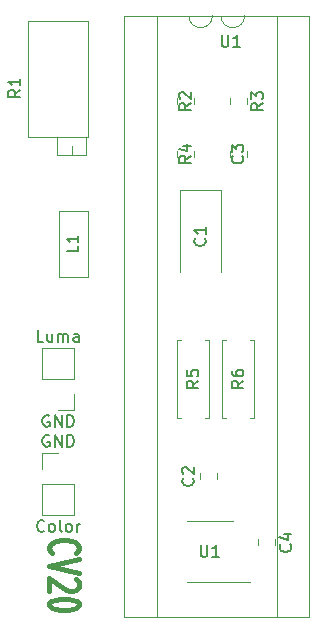
<source format=gbr>
G04 #@! TF.GenerationSoftware,KiCad,Pcbnew,(5.1.5)-3*
G04 #@! TF.CreationDate,2020-08-12T10:23:50-04:00*
G04 #@! TF.ProjectId,vic20-svideoLHM,76696332-302d-4737-9669-64656f4c484d,rev?*
G04 #@! TF.SameCoordinates,Original*
G04 #@! TF.FileFunction,Legend,Top*
G04 #@! TF.FilePolarity,Positive*
%FSLAX46Y46*%
G04 Gerber Fmt 4.6, Leading zero omitted, Abs format (unit mm)*
G04 Created by KiCad (PCBNEW (5.1.5)-3) date 2020-08-12 10:23:50*
%MOMM*%
%LPD*%
G04 APERTURE LIST*
%ADD10C,0.437500*%
%ADD11C,0.120000*%
%ADD12C,0.150000*%
G04 APERTURE END LIST*
D10*
X54098142Y-66832000D02*
X53979095Y-66748666D01*
X53860047Y-66498666D01*
X53860047Y-66332000D01*
X53979095Y-66082000D01*
X54217190Y-65915333D01*
X54455285Y-65832000D01*
X54931476Y-65748666D01*
X55288619Y-65748666D01*
X55764809Y-65832000D01*
X56002904Y-65915333D01*
X56241000Y-66082000D01*
X56360047Y-66332000D01*
X56360047Y-66498666D01*
X56241000Y-66748666D01*
X56121952Y-66832000D01*
X56360047Y-67332000D02*
X53860047Y-67915333D01*
X56360047Y-68498666D01*
X56121952Y-68998666D02*
X56241000Y-69082000D01*
X56360047Y-69248666D01*
X56360047Y-69665333D01*
X56241000Y-69832000D01*
X56121952Y-69915333D01*
X55883857Y-69998666D01*
X55645761Y-69998666D01*
X55288619Y-69915333D01*
X53860047Y-68915333D01*
X53860047Y-69998666D01*
X56360047Y-71082000D02*
X56360047Y-71248666D01*
X56241000Y-71415333D01*
X56121952Y-71498666D01*
X55883857Y-71582000D01*
X55407666Y-71665333D01*
X54812428Y-71665333D01*
X54336238Y-71582000D01*
X54098142Y-71498666D01*
X53979095Y-71415333D01*
X53860047Y-71248666D01*
X53860047Y-71082000D01*
X53979095Y-70915333D01*
X54098142Y-70832000D01*
X54336238Y-70748666D01*
X54812428Y-70665333D01*
X55407666Y-70665333D01*
X55883857Y-70748666D01*
X56121952Y-70832000D01*
X56241000Y-70915333D01*
X56360047Y-71082000D01*
D11*
X73135000Y-21327001D02*
X67675000Y-21327001D01*
X73135000Y-72247001D02*
X73135000Y-21327001D01*
X60215000Y-72247001D02*
X73135000Y-72247001D01*
X60215000Y-21327001D02*
X60215000Y-72247001D01*
X65675000Y-21327001D02*
X60215000Y-21327001D01*
X67675000Y-21327001D02*
G75*
G02X65675000Y-21327001I-1000000J0D01*
G01*
X68385000Y-43005000D02*
X68385000Y-36070000D01*
X68385000Y-36070000D02*
X64965000Y-36070000D01*
X64965000Y-36070000D02*
X64965000Y-43005000D01*
X66600000Y-60586252D02*
X66600000Y-60063748D01*
X68020000Y-60586252D02*
X68020000Y-60063748D01*
X70560000Y-33281252D02*
X70560000Y-32758748D01*
X69140000Y-33281252D02*
X69140000Y-32758748D01*
X72973000Y-65651748D02*
X72973000Y-66174252D01*
X71553000Y-65651748D02*
X71553000Y-66174252D01*
X53280000Y-63560000D02*
X55940000Y-63560000D01*
X53280000Y-60960000D02*
X53280000Y-63560000D01*
X55940000Y-60960000D02*
X55940000Y-63560000D01*
X53280000Y-60960000D02*
X55940000Y-60960000D01*
X53280000Y-59690000D02*
X53280000Y-58360000D01*
X53280000Y-58360000D02*
X54610000Y-58360000D01*
X55940000Y-54670000D02*
X54610000Y-54670000D01*
X55940000Y-53340000D02*
X55940000Y-54670000D01*
X55940000Y-52070000D02*
X53280000Y-52070000D01*
X53280000Y-52070000D02*
X53280000Y-49470000D01*
X55940000Y-52070000D02*
X55940000Y-49470000D01*
X55940000Y-49470000D02*
X53280000Y-49470000D01*
X57100000Y-37870000D02*
X54660000Y-37870000D01*
X54660000Y-37870000D02*
X54660000Y-43410000D01*
X54660000Y-43410000D02*
X57100000Y-43410000D01*
X57100000Y-43410000D02*
X57100000Y-37870000D01*
X52080000Y-31555000D02*
X52080000Y-21785000D01*
X57150000Y-31555000D02*
X57150000Y-21785000D01*
X52080000Y-31555000D02*
X57150000Y-31555000D01*
X52080000Y-21785000D02*
X57150000Y-21785000D01*
X54545000Y-33075000D02*
X54545000Y-31556000D01*
X56975000Y-33075000D02*
X56975000Y-31556000D01*
X54545000Y-33075000D02*
X56975000Y-33075000D01*
X54545000Y-31556000D02*
X56975000Y-31556000D01*
X55760000Y-33075000D02*
X55760000Y-32316000D01*
X64695000Y-28836252D02*
X64695000Y-28313748D01*
X66115000Y-28836252D02*
X66115000Y-28313748D01*
X70560000Y-28313748D02*
X70560000Y-28836252D01*
X69140000Y-28313748D02*
X69140000Y-28836252D01*
X64695000Y-32758748D02*
X64695000Y-33281252D01*
X66115000Y-32758748D02*
X66115000Y-33281252D01*
X65000000Y-55340000D02*
X64670000Y-55340000D01*
X64670000Y-55340000D02*
X64670000Y-48800000D01*
X64670000Y-48800000D02*
X65000000Y-48800000D01*
X67080000Y-55340000D02*
X67410000Y-55340000D01*
X67410000Y-55340000D02*
X67410000Y-48800000D01*
X67410000Y-48800000D02*
X67080000Y-48800000D01*
X71220000Y-48800000D02*
X70890000Y-48800000D01*
X71220000Y-55340000D02*
X71220000Y-48800000D01*
X70890000Y-55340000D02*
X71220000Y-55340000D01*
X68480000Y-48800000D02*
X68810000Y-48800000D01*
X68480000Y-55340000D02*
X68480000Y-48800000D01*
X68810000Y-55340000D02*
X68480000Y-55340000D01*
X67437000Y-64115000D02*
X65487000Y-64115000D01*
X67437000Y-64115000D02*
X69387000Y-64115000D01*
X67437000Y-69235000D02*
X65487000Y-69235000D01*
X67437000Y-69235000D02*
X70887000Y-69235000D01*
X70401001Y-21327001D02*
G75*
G02X68401001Y-21327001I-1000000J0D01*
G01*
X68401001Y-21327001D02*
X62941001Y-21327001D01*
X62941001Y-21327001D02*
X62941001Y-72247001D01*
X62941001Y-72247001D02*
X75861001Y-72247001D01*
X75861001Y-72247001D02*
X75861001Y-21327001D01*
X75861001Y-21327001D02*
X70401001Y-21327001D01*
D12*
X67032142Y-40171666D02*
X67079761Y-40219285D01*
X67127380Y-40362142D01*
X67127380Y-40457380D01*
X67079761Y-40600238D01*
X66984523Y-40695476D01*
X66889285Y-40743095D01*
X66698809Y-40790714D01*
X66555952Y-40790714D01*
X66365476Y-40743095D01*
X66270238Y-40695476D01*
X66175000Y-40600238D01*
X66127380Y-40457380D01*
X66127380Y-40362142D01*
X66175000Y-40219285D01*
X66222619Y-40171666D01*
X67127380Y-39219285D02*
X67127380Y-39790714D01*
X67127380Y-39505000D02*
X66127380Y-39505000D01*
X66270238Y-39600238D01*
X66365476Y-39695476D01*
X66413095Y-39790714D01*
X66017142Y-60491666D02*
X66064761Y-60539285D01*
X66112380Y-60682142D01*
X66112380Y-60777380D01*
X66064761Y-60920238D01*
X65969523Y-61015476D01*
X65874285Y-61063095D01*
X65683809Y-61110714D01*
X65540952Y-61110714D01*
X65350476Y-61063095D01*
X65255238Y-61015476D01*
X65160000Y-60920238D01*
X65112380Y-60777380D01*
X65112380Y-60682142D01*
X65160000Y-60539285D01*
X65207619Y-60491666D01*
X65207619Y-60110714D02*
X65160000Y-60063095D01*
X65112380Y-59967857D01*
X65112380Y-59729761D01*
X65160000Y-59634523D01*
X65207619Y-59586904D01*
X65302857Y-59539285D01*
X65398095Y-59539285D01*
X65540952Y-59586904D01*
X66112380Y-60158333D01*
X66112380Y-59539285D01*
X70207142Y-33186666D02*
X70254761Y-33234285D01*
X70302380Y-33377142D01*
X70302380Y-33472380D01*
X70254761Y-33615238D01*
X70159523Y-33710476D01*
X70064285Y-33758095D01*
X69873809Y-33805714D01*
X69730952Y-33805714D01*
X69540476Y-33758095D01*
X69445238Y-33710476D01*
X69350000Y-33615238D01*
X69302380Y-33472380D01*
X69302380Y-33377142D01*
X69350000Y-33234285D01*
X69397619Y-33186666D01*
X69302380Y-32853333D02*
X69302380Y-32234285D01*
X69683333Y-32567619D01*
X69683333Y-32424761D01*
X69730952Y-32329523D01*
X69778571Y-32281904D01*
X69873809Y-32234285D01*
X70111904Y-32234285D01*
X70207142Y-32281904D01*
X70254761Y-32329523D01*
X70302380Y-32424761D01*
X70302380Y-32710476D01*
X70254761Y-32805714D01*
X70207142Y-32853333D01*
X74270142Y-66079666D02*
X74317761Y-66127285D01*
X74365380Y-66270142D01*
X74365380Y-66365380D01*
X74317761Y-66508238D01*
X74222523Y-66603476D01*
X74127285Y-66651095D01*
X73936809Y-66698714D01*
X73793952Y-66698714D01*
X73603476Y-66651095D01*
X73508238Y-66603476D01*
X73413000Y-66508238D01*
X73365380Y-66365380D01*
X73365380Y-66270142D01*
X73413000Y-66127285D01*
X73460619Y-66079666D01*
X73698714Y-65222523D02*
X74365380Y-65222523D01*
X73317761Y-65460619D02*
X74032047Y-65698714D01*
X74032047Y-65079666D01*
X53848095Y-56860000D02*
X53752857Y-56812380D01*
X53610000Y-56812380D01*
X53467142Y-56860000D01*
X53371904Y-56955238D01*
X53324285Y-57050476D01*
X53276666Y-57240952D01*
X53276666Y-57383809D01*
X53324285Y-57574285D01*
X53371904Y-57669523D01*
X53467142Y-57764761D01*
X53610000Y-57812380D01*
X53705238Y-57812380D01*
X53848095Y-57764761D01*
X53895714Y-57717142D01*
X53895714Y-57383809D01*
X53705238Y-57383809D01*
X54324285Y-57812380D02*
X54324285Y-56812380D01*
X54895714Y-57812380D01*
X54895714Y-56812380D01*
X55371904Y-57812380D02*
X55371904Y-56812380D01*
X55610000Y-56812380D01*
X55752857Y-56860000D01*
X55848095Y-56955238D01*
X55895714Y-57050476D01*
X55943333Y-57240952D01*
X55943333Y-57383809D01*
X55895714Y-57574285D01*
X55848095Y-57669523D01*
X55752857Y-57764761D01*
X55610000Y-57812380D01*
X55371904Y-57812380D01*
X53443333Y-64917142D02*
X53395714Y-64964761D01*
X53252857Y-65012380D01*
X53157619Y-65012380D01*
X53014761Y-64964761D01*
X52919523Y-64869523D01*
X52871904Y-64774285D01*
X52824285Y-64583809D01*
X52824285Y-64440952D01*
X52871904Y-64250476D01*
X52919523Y-64155238D01*
X53014761Y-64060000D01*
X53157619Y-64012380D01*
X53252857Y-64012380D01*
X53395714Y-64060000D01*
X53443333Y-64107619D01*
X54014761Y-65012380D02*
X53919523Y-64964761D01*
X53871904Y-64917142D01*
X53824285Y-64821904D01*
X53824285Y-64536190D01*
X53871904Y-64440952D01*
X53919523Y-64393333D01*
X54014761Y-64345714D01*
X54157619Y-64345714D01*
X54252857Y-64393333D01*
X54300476Y-64440952D01*
X54348095Y-64536190D01*
X54348095Y-64821904D01*
X54300476Y-64917142D01*
X54252857Y-64964761D01*
X54157619Y-65012380D01*
X54014761Y-65012380D01*
X54919523Y-65012380D02*
X54824285Y-64964761D01*
X54776666Y-64869523D01*
X54776666Y-64012380D01*
X55443333Y-65012380D02*
X55348095Y-64964761D01*
X55300476Y-64917142D01*
X55252857Y-64821904D01*
X55252857Y-64536190D01*
X55300476Y-64440952D01*
X55348095Y-64393333D01*
X55443333Y-64345714D01*
X55586190Y-64345714D01*
X55681428Y-64393333D01*
X55729047Y-64440952D01*
X55776666Y-64536190D01*
X55776666Y-64821904D01*
X55729047Y-64917142D01*
X55681428Y-64964761D01*
X55586190Y-65012380D01*
X55443333Y-65012380D01*
X56205238Y-65012380D02*
X56205238Y-64345714D01*
X56205238Y-64536190D02*
X56252857Y-64440952D01*
X56300476Y-64393333D01*
X56395714Y-64345714D01*
X56490952Y-64345714D01*
X53848095Y-55170000D02*
X53752857Y-55122380D01*
X53610000Y-55122380D01*
X53467142Y-55170000D01*
X53371904Y-55265238D01*
X53324285Y-55360476D01*
X53276666Y-55550952D01*
X53276666Y-55693809D01*
X53324285Y-55884285D01*
X53371904Y-55979523D01*
X53467142Y-56074761D01*
X53610000Y-56122380D01*
X53705238Y-56122380D01*
X53848095Y-56074761D01*
X53895714Y-56027142D01*
X53895714Y-55693809D01*
X53705238Y-55693809D01*
X54324285Y-56122380D02*
X54324285Y-55122380D01*
X54895714Y-56122380D01*
X54895714Y-55122380D01*
X55371904Y-56122380D02*
X55371904Y-55122380D01*
X55610000Y-55122380D01*
X55752857Y-55170000D01*
X55848095Y-55265238D01*
X55895714Y-55360476D01*
X55943333Y-55550952D01*
X55943333Y-55693809D01*
X55895714Y-55884285D01*
X55848095Y-55979523D01*
X55752857Y-56074761D01*
X55610000Y-56122380D01*
X55371904Y-56122380D01*
X53348095Y-48922380D02*
X52871904Y-48922380D01*
X52871904Y-47922380D01*
X54110000Y-48255714D02*
X54110000Y-48922380D01*
X53681428Y-48255714D02*
X53681428Y-48779523D01*
X53729047Y-48874761D01*
X53824285Y-48922380D01*
X53967142Y-48922380D01*
X54062380Y-48874761D01*
X54110000Y-48827142D01*
X54586190Y-48922380D02*
X54586190Y-48255714D01*
X54586190Y-48350952D02*
X54633809Y-48303333D01*
X54729047Y-48255714D01*
X54871904Y-48255714D01*
X54967142Y-48303333D01*
X55014761Y-48398571D01*
X55014761Y-48922380D01*
X55014761Y-48398571D02*
X55062380Y-48303333D01*
X55157619Y-48255714D01*
X55300476Y-48255714D01*
X55395714Y-48303333D01*
X55443333Y-48398571D01*
X55443333Y-48922380D01*
X56348095Y-48922380D02*
X56348095Y-48398571D01*
X56300476Y-48303333D01*
X56205238Y-48255714D01*
X56014761Y-48255714D01*
X55919523Y-48303333D01*
X56348095Y-48874761D02*
X56252857Y-48922380D01*
X56014761Y-48922380D01*
X55919523Y-48874761D01*
X55871904Y-48779523D01*
X55871904Y-48684285D01*
X55919523Y-48589047D01*
X56014761Y-48541428D01*
X56252857Y-48541428D01*
X56348095Y-48493809D01*
X56332380Y-40806666D02*
X56332380Y-41282857D01*
X55332380Y-41282857D01*
X56332380Y-39949523D02*
X56332380Y-40520952D01*
X56332380Y-40235238D02*
X55332380Y-40235238D01*
X55475238Y-40330476D01*
X55570476Y-40425714D01*
X55618095Y-40520952D01*
X51402380Y-27596666D02*
X50926190Y-27930000D01*
X51402380Y-28168095D02*
X50402380Y-28168095D01*
X50402380Y-27787142D01*
X50450000Y-27691904D01*
X50497619Y-27644285D01*
X50592857Y-27596666D01*
X50735714Y-27596666D01*
X50830952Y-27644285D01*
X50878571Y-27691904D01*
X50926190Y-27787142D01*
X50926190Y-28168095D01*
X51402380Y-26644285D02*
X51402380Y-27215714D01*
X51402380Y-26930000D02*
X50402380Y-26930000D01*
X50545238Y-27025238D01*
X50640476Y-27120476D01*
X50688095Y-27215714D01*
X65857380Y-28741666D02*
X65381190Y-29075000D01*
X65857380Y-29313095D02*
X64857380Y-29313095D01*
X64857380Y-28932142D01*
X64905000Y-28836904D01*
X64952619Y-28789285D01*
X65047857Y-28741666D01*
X65190714Y-28741666D01*
X65285952Y-28789285D01*
X65333571Y-28836904D01*
X65381190Y-28932142D01*
X65381190Y-29313095D01*
X64952619Y-28360714D02*
X64905000Y-28313095D01*
X64857380Y-28217857D01*
X64857380Y-27979761D01*
X64905000Y-27884523D01*
X64952619Y-27836904D01*
X65047857Y-27789285D01*
X65143095Y-27789285D01*
X65285952Y-27836904D01*
X65857380Y-28408333D01*
X65857380Y-27789285D01*
X71952380Y-28741666D02*
X71476190Y-29075000D01*
X71952380Y-29313095D02*
X70952380Y-29313095D01*
X70952380Y-28932142D01*
X71000000Y-28836904D01*
X71047619Y-28789285D01*
X71142857Y-28741666D01*
X71285714Y-28741666D01*
X71380952Y-28789285D01*
X71428571Y-28836904D01*
X71476190Y-28932142D01*
X71476190Y-29313095D01*
X70952380Y-28408333D02*
X70952380Y-27789285D01*
X71333333Y-28122619D01*
X71333333Y-27979761D01*
X71380952Y-27884523D01*
X71428571Y-27836904D01*
X71523809Y-27789285D01*
X71761904Y-27789285D01*
X71857142Y-27836904D01*
X71904761Y-27884523D01*
X71952380Y-27979761D01*
X71952380Y-28265476D01*
X71904761Y-28360714D01*
X71857142Y-28408333D01*
X65857380Y-33186666D02*
X65381190Y-33520000D01*
X65857380Y-33758095D02*
X64857380Y-33758095D01*
X64857380Y-33377142D01*
X64905000Y-33281904D01*
X64952619Y-33234285D01*
X65047857Y-33186666D01*
X65190714Y-33186666D01*
X65285952Y-33234285D01*
X65333571Y-33281904D01*
X65381190Y-33377142D01*
X65381190Y-33758095D01*
X65190714Y-32329523D02*
X65857380Y-32329523D01*
X64809761Y-32567619D02*
X65524047Y-32805714D01*
X65524047Y-32186666D01*
X66492380Y-52236666D02*
X66016190Y-52570000D01*
X66492380Y-52808095D02*
X65492380Y-52808095D01*
X65492380Y-52427142D01*
X65540000Y-52331904D01*
X65587619Y-52284285D01*
X65682857Y-52236666D01*
X65825714Y-52236666D01*
X65920952Y-52284285D01*
X65968571Y-52331904D01*
X66016190Y-52427142D01*
X66016190Y-52808095D01*
X65492380Y-51331904D02*
X65492380Y-51808095D01*
X65968571Y-51855714D01*
X65920952Y-51808095D01*
X65873333Y-51712857D01*
X65873333Y-51474761D01*
X65920952Y-51379523D01*
X65968571Y-51331904D01*
X66063809Y-51284285D01*
X66301904Y-51284285D01*
X66397142Y-51331904D01*
X66444761Y-51379523D01*
X66492380Y-51474761D01*
X66492380Y-51712857D01*
X66444761Y-51808095D01*
X66397142Y-51855714D01*
X70302380Y-52236666D02*
X69826190Y-52570000D01*
X70302380Y-52808095D02*
X69302380Y-52808095D01*
X69302380Y-52427142D01*
X69350000Y-52331904D01*
X69397619Y-52284285D01*
X69492857Y-52236666D01*
X69635714Y-52236666D01*
X69730952Y-52284285D01*
X69778571Y-52331904D01*
X69826190Y-52427142D01*
X69826190Y-52808095D01*
X69302380Y-51379523D02*
X69302380Y-51570000D01*
X69350000Y-51665238D01*
X69397619Y-51712857D01*
X69540476Y-51808095D01*
X69730952Y-51855714D01*
X70111904Y-51855714D01*
X70207142Y-51808095D01*
X70254761Y-51760476D01*
X70302380Y-51665238D01*
X70302380Y-51474761D01*
X70254761Y-51379523D01*
X70207142Y-51331904D01*
X70111904Y-51284285D01*
X69873809Y-51284285D01*
X69778571Y-51331904D01*
X69730952Y-51379523D01*
X69683333Y-51474761D01*
X69683333Y-51665238D01*
X69730952Y-51760476D01*
X69778571Y-51808095D01*
X69873809Y-51855714D01*
X66675095Y-66127380D02*
X66675095Y-66936904D01*
X66722714Y-67032142D01*
X66770333Y-67079761D01*
X66865571Y-67127380D01*
X67056047Y-67127380D01*
X67151285Y-67079761D01*
X67198904Y-67032142D01*
X67246523Y-66936904D01*
X67246523Y-66127380D01*
X68246523Y-67127380D02*
X67675095Y-67127380D01*
X67960809Y-67127380D02*
X67960809Y-66127380D01*
X67865571Y-66270238D01*
X67770333Y-66365476D01*
X67675095Y-66413095D01*
X68453095Y-22947380D02*
X68453095Y-23756904D01*
X68500714Y-23852142D01*
X68548333Y-23899761D01*
X68643571Y-23947380D01*
X68834047Y-23947380D01*
X68929285Y-23899761D01*
X68976904Y-23852142D01*
X69024523Y-23756904D01*
X69024523Y-22947380D01*
X70024523Y-23947380D02*
X69453095Y-23947380D01*
X69738809Y-23947380D02*
X69738809Y-22947380D01*
X69643571Y-23090238D01*
X69548333Y-23185476D01*
X69453095Y-23233095D01*
M02*

</source>
